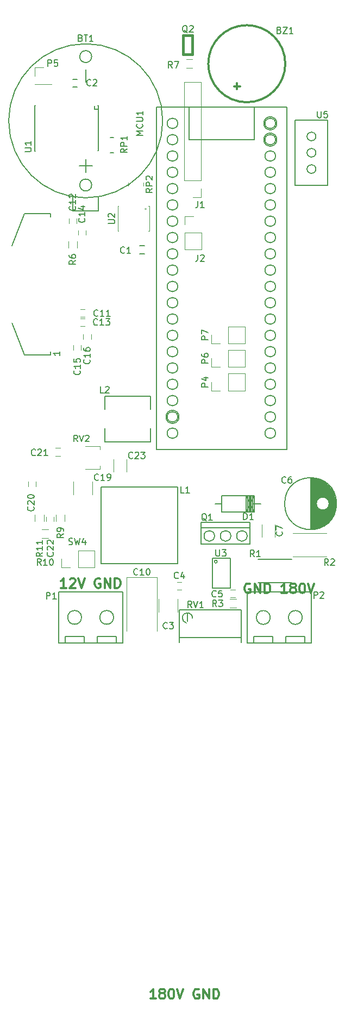
<source format=gto>
G04 #@! TF.GenerationSoftware,KiCad,Pcbnew,5.1.5*
G04 #@! TF.CreationDate,2020-03-31T14:29:14+02:00*
G04 #@! TF.ProjectId,nixie_control_board,6e697869-655f-4636-9f6e-74726f6c5f62,rev?*
G04 #@! TF.SameCoordinates,Original*
G04 #@! TF.FileFunction,Legend,Top*
G04 #@! TF.FilePolarity,Positive*
%FSLAX46Y46*%
G04 Gerber Fmt 4.6, Leading zero omitted, Abs format (unit mm)*
G04 Created by KiCad (PCBNEW 5.1.5) date 2020-03-31 14:29:14*
%MOMM*%
%LPD*%
G04 APERTURE LIST*
%ADD10C,0.300000*%
%ADD11C,0.150000*%
%ADD12C,0.120000*%
%ADD13C,0.198120*%
%ADD14C,0.010000*%
%ADD15C,0.398780*%
G04 APERTURE END LIST*
D10*
X157450000Y-137770000D02*
X157307142Y-137698571D01*
X157092857Y-137698571D01*
X156878571Y-137770000D01*
X156735714Y-137912857D01*
X156664285Y-138055714D01*
X156592857Y-138341428D01*
X156592857Y-138555714D01*
X156664285Y-138841428D01*
X156735714Y-138984285D01*
X156878571Y-139127142D01*
X157092857Y-139198571D01*
X157235714Y-139198571D01*
X157450000Y-139127142D01*
X157521428Y-139055714D01*
X157521428Y-138555714D01*
X157235714Y-138555714D01*
X158164285Y-139198571D02*
X158164285Y-137698571D01*
X159021428Y-139198571D01*
X159021428Y-137698571D01*
X159735714Y-139198571D02*
X159735714Y-137698571D01*
X160092857Y-137698571D01*
X160307142Y-137770000D01*
X160450000Y-137912857D01*
X160521428Y-138055714D01*
X160592857Y-138341428D01*
X160592857Y-138555714D01*
X160521428Y-138841428D01*
X160450000Y-138984285D01*
X160307142Y-139127142D01*
X160092857Y-139198571D01*
X159735714Y-139198571D01*
X163164285Y-139198571D02*
X162307142Y-139198571D01*
X162735714Y-139198571D02*
X162735714Y-137698571D01*
X162592857Y-137912857D01*
X162450000Y-138055714D01*
X162307142Y-138127142D01*
X164021428Y-138341428D02*
X163878571Y-138270000D01*
X163807142Y-138198571D01*
X163735714Y-138055714D01*
X163735714Y-137984285D01*
X163807142Y-137841428D01*
X163878571Y-137770000D01*
X164021428Y-137698571D01*
X164307142Y-137698571D01*
X164450000Y-137770000D01*
X164521428Y-137841428D01*
X164592857Y-137984285D01*
X164592857Y-138055714D01*
X164521428Y-138198571D01*
X164450000Y-138270000D01*
X164307142Y-138341428D01*
X164021428Y-138341428D01*
X163878571Y-138412857D01*
X163807142Y-138484285D01*
X163735714Y-138627142D01*
X163735714Y-138912857D01*
X163807142Y-139055714D01*
X163878571Y-139127142D01*
X164021428Y-139198571D01*
X164307142Y-139198571D01*
X164450000Y-139127142D01*
X164521428Y-139055714D01*
X164592857Y-138912857D01*
X164592857Y-138627142D01*
X164521428Y-138484285D01*
X164450000Y-138412857D01*
X164307142Y-138341428D01*
X165521428Y-137698571D02*
X165664285Y-137698571D01*
X165807142Y-137770000D01*
X165878571Y-137841428D01*
X165950000Y-137984285D01*
X166021428Y-138270000D01*
X166021428Y-138627142D01*
X165950000Y-138912857D01*
X165878571Y-139055714D01*
X165807142Y-139127142D01*
X165664285Y-139198571D01*
X165521428Y-139198571D01*
X165378571Y-139127142D01*
X165307142Y-139055714D01*
X165235714Y-138912857D01*
X165164285Y-138627142D01*
X165164285Y-138270000D01*
X165235714Y-137984285D01*
X165307142Y-137841428D01*
X165378571Y-137770000D01*
X165521428Y-137698571D01*
X166450000Y-137698571D02*
X166950000Y-139198571D01*
X167450000Y-137698571D01*
X128814285Y-138378571D02*
X127957142Y-138378571D01*
X128385714Y-138378571D02*
X128385714Y-136878571D01*
X128242857Y-137092857D01*
X128100000Y-137235714D01*
X127957142Y-137307142D01*
X129385714Y-137021428D02*
X129457142Y-136950000D01*
X129600000Y-136878571D01*
X129957142Y-136878571D01*
X130100000Y-136950000D01*
X130171428Y-137021428D01*
X130242857Y-137164285D01*
X130242857Y-137307142D01*
X130171428Y-137521428D01*
X129314285Y-138378571D01*
X130242857Y-138378571D01*
X130671428Y-136878571D02*
X131171428Y-138378571D01*
X131671428Y-136878571D01*
X134100000Y-136950000D02*
X133957142Y-136878571D01*
X133742857Y-136878571D01*
X133528571Y-136950000D01*
X133385714Y-137092857D01*
X133314285Y-137235714D01*
X133242857Y-137521428D01*
X133242857Y-137735714D01*
X133314285Y-138021428D01*
X133385714Y-138164285D01*
X133528571Y-138307142D01*
X133742857Y-138378571D01*
X133885714Y-138378571D01*
X134100000Y-138307142D01*
X134171428Y-138235714D01*
X134171428Y-137735714D01*
X133885714Y-137735714D01*
X134814285Y-138378571D02*
X134814285Y-136878571D01*
X135671428Y-138378571D01*
X135671428Y-136878571D01*
X136385714Y-138378571D02*
X136385714Y-136878571D01*
X136742857Y-136878571D01*
X136957142Y-136950000D01*
X137100000Y-137092857D01*
X137171428Y-137235714D01*
X137242857Y-137521428D01*
X137242857Y-137735714D01*
X137171428Y-138021428D01*
X137100000Y-138164285D01*
X136957142Y-138307142D01*
X136742857Y-138378571D01*
X136385714Y-138378571D01*
X142760000Y-202368571D02*
X141902857Y-202368571D01*
X142331428Y-202368571D02*
X142331428Y-200868571D01*
X142188571Y-201082857D01*
X142045714Y-201225714D01*
X141902857Y-201297142D01*
X143617142Y-201511428D02*
X143474285Y-201440000D01*
X143402857Y-201368571D01*
X143331428Y-201225714D01*
X143331428Y-201154285D01*
X143402857Y-201011428D01*
X143474285Y-200940000D01*
X143617142Y-200868571D01*
X143902857Y-200868571D01*
X144045714Y-200940000D01*
X144117142Y-201011428D01*
X144188571Y-201154285D01*
X144188571Y-201225714D01*
X144117142Y-201368571D01*
X144045714Y-201440000D01*
X143902857Y-201511428D01*
X143617142Y-201511428D01*
X143474285Y-201582857D01*
X143402857Y-201654285D01*
X143331428Y-201797142D01*
X143331428Y-202082857D01*
X143402857Y-202225714D01*
X143474285Y-202297142D01*
X143617142Y-202368571D01*
X143902857Y-202368571D01*
X144045714Y-202297142D01*
X144117142Y-202225714D01*
X144188571Y-202082857D01*
X144188571Y-201797142D01*
X144117142Y-201654285D01*
X144045714Y-201582857D01*
X143902857Y-201511428D01*
X145117142Y-200868571D02*
X145260000Y-200868571D01*
X145402857Y-200940000D01*
X145474285Y-201011428D01*
X145545714Y-201154285D01*
X145617142Y-201440000D01*
X145617142Y-201797142D01*
X145545714Y-202082857D01*
X145474285Y-202225714D01*
X145402857Y-202297142D01*
X145260000Y-202368571D01*
X145117142Y-202368571D01*
X144974285Y-202297142D01*
X144902857Y-202225714D01*
X144831428Y-202082857D01*
X144760000Y-201797142D01*
X144760000Y-201440000D01*
X144831428Y-201154285D01*
X144902857Y-201011428D01*
X144974285Y-200940000D01*
X145117142Y-200868571D01*
X146045714Y-200868571D02*
X146545714Y-202368571D01*
X147045714Y-200868571D01*
X149474285Y-200940000D02*
X149331428Y-200868571D01*
X149117142Y-200868571D01*
X148902857Y-200940000D01*
X148760000Y-201082857D01*
X148688571Y-201225714D01*
X148617142Y-201511428D01*
X148617142Y-201725714D01*
X148688571Y-202011428D01*
X148760000Y-202154285D01*
X148902857Y-202297142D01*
X149117142Y-202368571D01*
X149260000Y-202368571D01*
X149474285Y-202297142D01*
X149545714Y-202225714D01*
X149545714Y-201725714D01*
X149260000Y-201725714D01*
X150188571Y-202368571D02*
X150188571Y-200868571D01*
X151045714Y-202368571D01*
X151045714Y-200868571D01*
X151760000Y-202368571D02*
X151760000Y-200868571D01*
X152117142Y-200868571D01*
X152331428Y-200940000D01*
X152474285Y-201082857D01*
X152545714Y-201225714D01*
X152617142Y-201511428D01*
X152617142Y-201725714D01*
X152545714Y-202011428D01*
X152474285Y-202154285D01*
X152331428Y-202297142D01*
X152117142Y-202368571D01*
X151760000Y-202368571D01*
D11*
X131840000Y-59620000D02*
X131840000Y-57620000D01*
X131840000Y-73620000D02*
X131840000Y-71620000D01*
X130840000Y-72620000D02*
X132840000Y-72620000D01*
X133840000Y-79620000D02*
X133840000Y-77520000D01*
X131840000Y-79620000D02*
X133840000Y-79620000D01*
X129840000Y-77520000D02*
X129840000Y-79620000D01*
X131840000Y-79620000D02*
X129840000Y-79620000D01*
X143840000Y-65620000D02*
G75*
G03X143840000Y-65620000I-12000000J0D01*
G01*
X152323607Y-134274000D02*
G75*
G03X152323607Y-134274000I-223607J0D01*
G01*
X151600000Y-138374000D02*
X151600000Y-133774000D01*
X154400000Y-138374000D02*
X151600000Y-138374000D01*
X154400000Y-133774000D02*
X154400000Y-138374000D01*
X151600000Y-133774000D02*
X154400000Y-133774000D01*
D12*
X155110000Y-139890000D02*
X154410000Y-139890000D01*
X154410000Y-138690000D02*
X155110000Y-138690000D01*
X159280000Y-128480000D02*
X159280000Y-130480000D01*
X161320000Y-130480000D02*
X161320000Y-128480000D01*
X136160000Y-118310000D02*
X136160000Y-120310000D01*
X138200000Y-120310000D02*
X138200000Y-118310000D01*
X142970000Y-136740000D02*
X142970000Y-145140000D01*
X138170000Y-136740000D02*
X138170000Y-145140000D01*
X142970000Y-136740000D02*
X138170000Y-136740000D01*
D11*
X126330000Y-80070000D02*
X126330000Y-80570000D01*
X126330000Y-102070000D02*
X126330000Y-101570000D01*
X122330000Y-102070000D02*
X120330000Y-97070000D01*
X126330000Y-80070000D02*
X122330000Y-80070000D01*
X126330000Y-102070000D02*
X122330000Y-102070000D01*
X122330000Y-80070000D02*
X120330000Y-85070000D01*
X169550000Y-75680000D02*
X164470000Y-75680000D01*
X169550000Y-65520000D02*
X169550000Y-75680000D01*
X164470000Y-65520000D02*
X169550000Y-65520000D01*
X164470000Y-75680000D02*
X164470000Y-65520000D01*
X134192000Y-134628000D02*
X134192000Y-122628000D01*
X146192000Y-134628000D02*
X134192000Y-134628000D01*
X146192000Y-122628000D02*
X146192000Y-134628000D01*
X134192000Y-122628000D02*
X146192000Y-122628000D01*
D12*
X140850000Y-75760000D02*
X140850000Y-75260000D01*
X138490000Y-75760000D02*
X138490000Y-75260000D01*
D11*
X146376000Y-111740000D02*
G75*
G03X146376000Y-111740000I-1016000J0D01*
G01*
X161616000Y-68560000D02*
G75*
G03X161616000Y-68560000I-1016000J0D01*
G01*
X161616000Y-66020000D02*
G75*
G03X161616000Y-66020000I-1016000J0D01*
G01*
X147906400Y-68553600D02*
X147906400Y-63473600D01*
X150446400Y-68553600D02*
X147906400Y-68553600D01*
X158066400Y-68553600D02*
X150446400Y-68553600D01*
X158066400Y-63473600D02*
X158066400Y-68553600D01*
X142826400Y-63473600D02*
X163146400Y-63473600D01*
X142826400Y-116813600D02*
X142826400Y-63473600D01*
X163146400Y-116813600D02*
X142826400Y-116813600D01*
X163146400Y-63473600D02*
X163146400Y-116813600D01*
D13*
X133198480Y-63851260D02*
X133198480Y-63350880D01*
X133797920Y-63851260D02*
X133198480Y-63851260D01*
X133797920Y-70294865D02*
X133797920Y-63251820D01*
X124006220Y-63251820D02*
X123902080Y-63251820D01*
X133797920Y-63251820D02*
X133693780Y-63251820D01*
X123902080Y-70301552D02*
X123902080Y-63251820D01*
X124006220Y-70301552D02*
X123902080Y-70301552D01*
X133797920Y-70294865D02*
X133693780Y-70294865D01*
D11*
X140970000Y-86310000D02*
X140270000Y-86310000D01*
X140270000Y-85110000D02*
X140970000Y-85110000D01*
X129840000Y-59180000D02*
X130540000Y-59180000D01*
X130540000Y-60380000D02*
X129840000Y-60380000D01*
X135670000Y-70575000D02*
X136170000Y-70575000D01*
X135670000Y-68225000D02*
X136170000Y-68225000D01*
D14*
X141334544Y-79368860D02*
G75*
G03X141334544Y-79368860I-144624J0D01*
G01*
X141738560Y-82818180D02*
X141619180Y-82818180D01*
X136960820Y-82818180D02*
X136841440Y-82818180D01*
X136841440Y-82818180D02*
X136841440Y-78921820D01*
X141738560Y-78921820D02*
X141619180Y-78921820D01*
X136960820Y-78921820D02*
X136841440Y-78921820D01*
X141738560Y-82818180D02*
X141738560Y-78921820D01*
D11*
X166955000Y-121261000D02*
X166955000Y-129259000D01*
X167095000Y-121266000D02*
X167095000Y-129254000D01*
X167235000Y-121276000D02*
X167235000Y-129244000D01*
X167375000Y-121291000D02*
X167375000Y-129229000D01*
X167515000Y-121311000D02*
X167515000Y-129209000D01*
X167655000Y-121336000D02*
X167655000Y-129184000D01*
X167795000Y-121366000D02*
X167795000Y-125087000D01*
X167795000Y-125433000D02*
X167795000Y-129154000D01*
X167935000Y-121402000D02*
X167935000Y-124725000D01*
X167935000Y-125795000D02*
X167935000Y-129118000D01*
X168075000Y-121443000D02*
X168075000Y-124551000D01*
X168075000Y-125969000D02*
X168075000Y-129077000D01*
X168215000Y-121489000D02*
X168215000Y-124435000D01*
X168215000Y-126085000D02*
X168215000Y-129031000D01*
X168355000Y-121542000D02*
X168355000Y-124355000D01*
X168355000Y-126165000D02*
X168355000Y-128978000D01*
X168495000Y-121601000D02*
X168495000Y-124301000D01*
X168495000Y-126219000D02*
X168495000Y-128919000D01*
X168635000Y-121666000D02*
X168635000Y-124271000D01*
X168635000Y-126249000D02*
X168635000Y-128854000D01*
X168775000Y-121737000D02*
X168775000Y-124260000D01*
X168775000Y-126260000D02*
X168775000Y-128783000D01*
X168915000Y-121816000D02*
X168915000Y-124269000D01*
X168915000Y-126251000D02*
X168915000Y-128704000D01*
X169055000Y-121903000D02*
X169055000Y-124299000D01*
X169055000Y-126221000D02*
X169055000Y-128617000D01*
X169195000Y-121998000D02*
X169195000Y-124350000D01*
X169195000Y-126170000D02*
X169195000Y-128522000D01*
X169335000Y-122102000D02*
X169335000Y-124428000D01*
X169335000Y-126092000D02*
X169335000Y-128418000D01*
X169475000Y-122216000D02*
X169475000Y-124541000D01*
X169475000Y-125979000D02*
X169475000Y-128304000D01*
X169615000Y-122341000D02*
X169615000Y-124710000D01*
X169615000Y-125810000D02*
X169615000Y-128179000D01*
X169755000Y-122479000D02*
X169755000Y-125038000D01*
X169755000Y-125482000D02*
X169755000Y-128041000D01*
X169895000Y-122631000D02*
X169895000Y-127889000D01*
X170035000Y-122801000D02*
X170035000Y-127719000D01*
X170175000Y-122992000D02*
X170175000Y-127528000D01*
X170315000Y-123210000D02*
X170315000Y-127310000D01*
X170455000Y-123466000D02*
X170455000Y-127054000D01*
X170595000Y-123777000D02*
X170595000Y-126743000D01*
X170735000Y-124193000D02*
X170735000Y-126327000D01*
X170875000Y-125060000D02*
X170875000Y-125460000D01*
X169780000Y-125260000D02*
G75*
G03X169780000Y-125260000I-1000000J0D01*
G01*
X170917500Y-125260000D02*
G75*
G03X170917500Y-125260000I-4037500J0D01*
G01*
X153000000Y-125290000D02*
X151984000Y-125290000D01*
X157826000Y-125290000D02*
X159096000Y-125290000D01*
X157572000Y-126560000D02*
X157572000Y-124020000D01*
X157318000Y-126560000D02*
X157318000Y-124020000D01*
X157064000Y-126560000D02*
X157064000Y-124020000D01*
X157826000Y-126560000D02*
X157826000Y-124020000D01*
X156810000Y-126560000D02*
X158080000Y-124020000D01*
X158080000Y-126560000D02*
X156810000Y-124020000D01*
X156810000Y-126560000D02*
X156810000Y-124020000D01*
X157445000Y-126560000D02*
X157445000Y-124020000D01*
X158080000Y-124020000D02*
X158080000Y-126560000D01*
X158080000Y-126560000D02*
X153000000Y-126560000D01*
X153000000Y-126560000D02*
X153000000Y-124020000D01*
X153000000Y-124020000D02*
X158080000Y-124020000D01*
X136610000Y-145980000D02*
X136610000Y-146980000D01*
X133610000Y-145980000D02*
X136610000Y-145980000D01*
X133610000Y-146980000D02*
X133610000Y-145980000D01*
X131610000Y-146980000D02*
X133610000Y-146980000D01*
X131610000Y-145980000D02*
X131610000Y-146980000D01*
X128610000Y-145980000D02*
X131610000Y-145980000D01*
X128610000Y-146980000D02*
X128610000Y-145980000D01*
X127610000Y-138980000D02*
X127610000Y-142980000D01*
X137610000Y-138980000D02*
X127610000Y-138980000D01*
X137610000Y-146980000D02*
X137610000Y-138980000D01*
X127610000Y-146980000D02*
X137610000Y-146980000D01*
X127610000Y-142980000D02*
X127610000Y-146980000D01*
X166010000Y-145990000D02*
X166010000Y-146990000D01*
X163010000Y-145990000D02*
X166010000Y-145990000D01*
X163010000Y-146990000D02*
X163010000Y-145990000D01*
X161010000Y-146990000D02*
X163010000Y-146990000D01*
X161010000Y-145990000D02*
X161010000Y-146990000D01*
X158010000Y-145990000D02*
X161010000Y-145990000D01*
X158010000Y-146990000D02*
X158010000Y-145990000D01*
X157010000Y-138990000D02*
X157010000Y-142990000D01*
X167010000Y-138990000D02*
X157010000Y-138990000D01*
X167010000Y-146990000D02*
X167010000Y-138990000D01*
X157010000Y-146990000D02*
X167010000Y-146990000D01*
X157010000Y-142990000D02*
X157010000Y-146990000D01*
X163930000Y-137575000D02*
X158730000Y-137575000D01*
X158730000Y-133925000D02*
X163930000Y-133925000D01*
X147684000Y-142308000D02*
X147684000Y-143578000D01*
X148471400Y-143057300D02*
X148433300Y-142803300D01*
X148433300Y-142803300D02*
X148255500Y-142523900D01*
X148255500Y-142523900D02*
X147938000Y-142308000D01*
X147938000Y-142308000D02*
X147493500Y-142295300D01*
X147493500Y-142295300D02*
X147137900Y-142498500D01*
X147137900Y-142498500D02*
X146960100Y-142790600D01*
X146960100Y-142790600D02*
X146909300Y-143108100D01*
X146909300Y-143108100D02*
X147010900Y-143514500D01*
X147010900Y-143514500D02*
X147353800Y-143768500D01*
X147353800Y-143768500D02*
X147531600Y-143857400D01*
X156066000Y-146118000D02*
X146414000Y-146118000D01*
X146414000Y-143070000D02*
X146414000Y-141800000D01*
X146414000Y-141800000D02*
X156066000Y-141800000D01*
X156066000Y-141800000D02*
X156066000Y-146880000D01*
X146414000Y-146880000D02*
X146414000Y-144340000D01*
X146414000Y-144340000D02*
X146414000Y-143070000D01*
D12*
X146760000Y-138660000D02*
X146060000Y-138660000D01*
X146060000Y-137460000D02*
X146760000Y-137460000D01*
X154280000Y-140110000D02*
X155280000Y-140110000D01*
X155280000Y-141470000D02*
X154280000Y-141470000D01*
X146170000Y-142110000D02*
X146170000Y-140110000D01*
X143210000Y-140110000D02*
X143210000Y-142110000D01*
X164130000Y-129900000D02*
X169330000Y-129900000D01*
X169330000Y-133540000D02*
X164130000Y-133540000D01*
D11*
X157450000Y-128131000D02*
X157450000Y-129020000D01*
X149830000Y-128131000D02*
X157450000Y-128131000D01*
X149830000Y-129020000D02*
X149830000Y-128131000D01*
X149830000Y-131560000D02*
X149830000Y-129020000D01*
X157450000Y-131560000D02*
X149830000Y-131560000D01*
X157450000Y-129020000D02*
X157450000Y-131560000D01*
X149830000Y-129020000D02*
X157450000Y-129020000D01*
D12*
X123890000Y-59950000D02*
X126550000Y-59950000D01*
X123890000Y-59890000D02*
X123890000Y-59950000D01*
X126550000Y-59890000D02*
X126550000Y-59950000D01*
X123890000Y-59890000D02*
X126550000Y-59890000D01*
X123890000Y-58620000D02*
X123890000Y-57290000D01*
X123890000Y-57290000D02*
X125220000Y-57290000D01*
X130980000Y-94970000D02*
X131680000Y-94970000D01*
X131680000Y-96170000D02*
X130980000Y-96170000D01*
X130400000Y-80870000D02*
X130400000Y-81570000D01*
X129200000Y-81570000D02*
X129200000Y-80870000D01*
X131690000Y-97610000D02*
X130990000Y-97610000D01*
X130990000Y-96410000D02*
X131690000Y-96410000D01*
X131840000Y-82690000D02*
X131840000Y-83390000D01*
X130640000Y-83390000D02*
X130640000Y-82690000D01*
X129880000Y-101300000D02*
X129880000Y-100600000D01*
X131080000Y-100600000D02*
X131080000Y-101300000D01*
X131480000Y-99610000D02*
X131480000Y-98910000D01*
X132680000Y-98910000D02*
X132680000Y-99610000D01*
X129880000Y-121860000D02*
X129880000Y-123860000D01*
X132840000Y-123860000D02*
X132840000Y-121860000D01*
X124060000Y-121860000D02*
X124060000Y-122560000D01*
X122860000Y-122560000D02*
X122860000Y-121860000D01*
X127860000Y-117810000D02*
X127160000Y-117810000D01*
X127160000Y-116610000D02*
X127860000Y-116610000D01*
X126850000Y-127290000D02*
X126850000Y-127990000D01*
X125650000Y-127990000D02*
X125650000Y-127290000D01*
D11*
X134850000Y-113550000D02*
X134850000Y-115600000D01*
X134850000Y-115600000D02*
X141950000Y-115600000D01*
X141950000Y-115600000D02*
X141950000Y-113550000D01*
X134850000Y-110550000D02*
X134850000Y-108500000D01*
X134850000Y-108500000D02*
X141950000Y-108500000D01*
X141950000Y-108500000D02*
X141950000Y-110550000D01*
D12*
X130480000Y-84430000D02*
X130480000Y-85430000D01*
X129120000Y-85430000D02*
X129120000Y-84430000D01*
X127220000Y-128000000D02*
X127220000Y-127000000D01*
X128580000Y-127000000D02*
X128580000Y-128000000D01*
X125020000Y-129300000D02*
X126020000Y-129300000D01*
X126020000Y-130660000D02*
X125020000Y-130660000D01*
X125300000Y-127000000D02*
X125300000Y-128000000D01*
X123940000Y-128000000D02*
X123940000Y-127000000D01*
X134060000Y-119900000D02*
X131780000Y-119900000D01*
X134060000Y-119390000D02*
X134060000Y-119900000D01*
X134060000Y-116340000D02*
X134060000Y-116850000D01*
X131780000Y-116340000D02*
X134060000Y-116340000D01*
X133250000Y-135200000D02*
X133250000Y-132540000D01*
X130650000Y-135200000D02*
X133250000Y-135200000D01*
X130650000Y-132540000D02*
X133250000Y-132540000D01*
X130650000Y-135200000D02*
X130650000Y-132540000D01*
X129380000Y-135200000D02*
X128050000Y-135200000D01*
X128050000Y-135200000D02*
X128050000Y-133870000D01*
D10*
X162940000Y-56730000D02*
G75*
G03X162940000Y-56730000I-6000000J0D01*
G01*
X155940000Y-60230000D02*
X154940000Y-60230000D01*
X155440000Y-60730000D02*
X155440000Y-59730000D01*
D15*
X148431040Y-55291140D02*
X147028960Y-55291140D01*
X147028960Y-55291140D02*
X147028960Y-52288860D01*
X147028960Y-52288860D02*
X148431040Y-52288860D01*
X148431040Y-52288860D02*
X148431040Y-55291140D01*
D12*
X147490000Y-56070000D02*
X148490000Y-56070000D01*
X148490000Y-57430000D02*
X147490000Y-57430000D01*
X149850000Y-59620000D02*
X147190000Y-59620000D01*
X149850000Y-74920000D02*
X149850000Y-59620000D01*
X147190000Y-74920000D02*
X147190000Y-59620000D01*
X149850000Y-74920000D02*
X147190000Y-74920000D01*
X149850000Y-76190000D02*
X149850000Y-77520000D01*
X149850000Y-77520000D02*
X148520000Y-77520000D01*
X147260000Y-85680000D02*
X149920000Y-85680000D01*
X147260000Y-83080000D02*
X147260000Y-85680000D01*
X149920000Y-83080000D02*
X149920000Y-85680000D01*
X147260000Y-83080000D02*
X149920000Y-83080000D01*
X147260000Y-81810000D02*
X147260000Y-80480000D01*
X147260000Y-80480000D02*
X148590000Y-80480000D01*
X156660000Y-107640000D02*
X156660000Y-104980000D01*
X154060000Y-107640000D02*
X156660000Y-107640000D01*
X154060000Y-104980000D02*
X156660000Y-104980000D01*
X154060000Y-107640000D02*
X154060000Y-104980000D01*
X152790000Y-107640000D02*
X151460000Y-107640000D01*
X151460000Y-107640000D02*
X151460000Y-106310000D01*
X151460000Y-103970000D02*
X151460000Y-102640000D01*
X152790000Y-103970000D02*
X151460000Y-103970000D01*
X154060000Y-103970000D02*
X154060000Y-101310000D01*
X154060000Y-101310000D02*
X156660000Y-101310000D01*
X154060000Y-103970000D02*
X156660000Y-103970000D01*
X156660000Y-103970000D02*
X156660000Y-101310000D01*
X156660000Y-100320000D02*
X156660000Y-97660000D01*
X154060000Y-100320000D02*
X156660000Y-100320000D01*
X154060000Y-97660000D02*
X156660000Y-97660000D01*
X154060000Y-100320000D02*
X154060000Y-97660000D01*
X152790000Y-100320000D02*
X151460000Y-100320000D01*
X151460000Y-100320000D02*
X151460000Y-98990000D01*
D11*
X132765000Y-75620000D02*
G75*
G03X132765000Y-75620000I-925000J0D01*
G01*
X132765000Y-55620000D02*
G75*
G03X132765000Y-55620000I-925000J0D01*
G01*
X167697000Y-73140000D02*
G75*
G03X167697000Y-73140000I-687000J0D01*
G01*
X167697000Y-70600000D02*
G75*
G03X167697000Y-70600000I-687000J0D01*
G01*
X167697000Y-68060000D02*
G75*
G03X167697000Y-68060000I-687000J0D01*
G01*
X161425000Y-66020000D02*
G75*
G03X161425000Y-66020000I-825000J0D01*
G01*
X161425000Y-68560000D02*
G75*
G03X161425000Y-68560000I-825000J0D01*
G01*
X161425000Y-71100000D02*
G75*
G03X161425000Y-71100000I-825000J0D01*
G01*
X161425000Y-73640000D02*
G75*
G03X161425000Y-73640000I-825000J0D01*
G01*
X161425000Y-76180000D02*
G75*
G03X161425000Y-76180000I-825000J0D01*
G01*
X161425000Y-78720000D02*
G75*
G03X161425000Y-78720000I-825000J0D01*
G01*
X161425000Y-81260000D02*
G75*
G03X161425000Y-81260000I-825000J0D01*
G01*
X161425000Y-83800000D02*
G75*
G03X161425000Y-83800000I-825000J0D01*
G01*
X161425000Y-86340000D02*
G75*
G03X161425000Y-86340000I-825000J0D01*
G01*
X161425000Y-88880000D02*
G75*
G03X161425000Y-88880000I-825000J0D01*
G01*
X161425000Y-91420000D02*
G75*
G03X161425000Y-91420000I-825000J0D01*
G01*
X161425000Y-93960000D02*
G75*
G03X161425000Y-93960000I-825000J0D01*
G01*
X161425000Y-96500000D02*
G75*
G03X161425000Y-96500000I-825000J0D01*
G01*
X161425000Y-99040000D02*
G75*
G03X161425000Y-99040000I-825000J0D01*
G01*
X161425000Y-101580000D02*
G75*
G03X161425000Y-101580000I-825000J0D01*
G01*
X161425000Y-104120000D02*
G75*
G03X161425000Y-104120000I-825000J0D01*
G01*
X161425000Y-106660000D02*
G75*
G03X161425000Y-106660000I-825000J0D01*
G01*
X161425000Y-109200000D02*
G75*
G03X161425000Y-109200000I-825000J0D01*
G01*
X161425000Y-111740000D02*
G75*
G03X161425000Y-111740000I-825000J0D01*
G01*
X161425000Y-114280000D02*
G75*
G03X161425000Y-114280000I-825000J0D01*
G01*
X146185000Y-114280000D02*
G75*
G03X146185000Y-114280000I-825000J0D01*
G01*
X146185000Y-111740000D02*
G75*
G03X146185000Y-111740000I-825000J0D01*
G01*
X146185000Y-109200000D02*
G75*
G03X146185000Y-109200000I-825000J0D01*
G01*
X146185000Y-106660000D02*
G75*
G03X146185000Y-106660000I-825000J0D01*
G01*
X146185000Y-104120000D02*
G75*
G03X146185000Y-104120000I-825000J0D01*
G01*
X146185000Y-101580000D02*
G75*
G03X146185000Y-101580000I-825000J0D01*
G01*
X146185000Y-99040000D02*
G75*
G03X146185000Y-99040000I-825000J0D01*
G01*
X146185000Y-96500000D02*
G75*
G03X146185000Y-96500000I-825000J0D01*
G01*
X146185000Y-93960000D02*
G75*
G03X146185000Y-93960000I-825000J0D01*
G01*
X146185000Y-91420000D02*
G75*
G03X146185000Y-91420000I-825000J0D01*
G01*
X146185000Y-88880000D02*
G75*
G03X146185000Y-88880000I-825000J0D01*
G01*
X146185000Y-86340000D02*
G75*
G03X146185000Y-86340000I-825000J0D01*
G01*
X146185000Y-83800000D02*
G75*
G03X146185000Y-83800000I-825000J0D01*
G01*
X146185000Y-81260000D02*
G75*
G03X146185000Y-81260000I-825000J0D01*
G01*
X146185000Y-78720000D02*
G75*
G03X146185000Y-78720000I-825000J0D01*
G01*
X146185000Y-76180000D02*
G75*
G03X146185000Y-76180000I-825000J0D01*
G01*
X146185000Y-73640000D02*
G75*
G03X146185000Y-73640000I-825000J0D01*
G01*
X146185000Y-71100000D02*
G75*
G03X146185000Y-71100000I-825000J0D01*
G01*
X146185000Y-68560000D02*
G75*
G03X146185000Y-68560000I-825000J0D01*
G01*
X146185000Y-66020000D02*
G75*
G03X146185000Y-66020000I-825000J0D01*
G01*
X131185000Y-142980000D02*
G75*
G03X131185000Y-142980000I-1075000J0D01*
G01*
X136185000Y-142980000D02*
G75*
G03X136185000Y-142980000I-1075000J0D01*
G01*
X160585000Y-142990000D02*
G75*
G03X160585000Y-142990000I-1075000J0D01*
G01*
X165585000Y-142990000D02*
G75*
G03X165585000Y-142990000I-1075000J0D01*
G01*
X151925000Y-130290000D02*
G75*
G03X151925000Y-130290000I-825000J0D01*
G01*
X154465000Y-130290000D02*
G75*
G03X154465000Y-130290000I-825000J0D01*
G01*
X157005000Y-130290000D02*
G75*
G03X157005000Y-130290000I-825000J0D01*
G01*
X131044285Y-52718571D02*
X131187142Y-52766190D01*
X131234761Y-52813809D01*
X131282380Y-52909047D01*
X131282380Y-53051904D01*
X131234761Y-53147142D01*
X131187142Y-53194761D01*
X131091904Y-53242380D01*
X130710952Y-53242380D01*
X130710952Y-52242380D01*
X131044285Y-52242380D01*
X131139523Y-52290000D01*
X131187142Y-52337619D01*
X131234761Y-52432857D01*
X131234761Y-52528095D01*
X131187142Y-52623333D01*
X131139523Y-52670952D01*
X131044285Y-52718571D01*
X130710952Y-52718571D01*
X131568095Y-52242380D02*
X132139523Y-52242380D01*
X131853809Y-53242380D02*
X131853809Y-52242380D01*
X132996666Y-53242380D02*
X132425238Y-53242380D01*
X132710952Y-53242380D02*
X132710952Y-52242380D01*
X132615714Y-52385238D01*
X132520476Y-52480476D01*
X132425238Y-52528095D01*
X152138095Y-132426380D02*
X152138095Y-133235904D01*
X152185714Y-133331142D01*
X152233333Y-133378761D01*
X152328571Y-133426380D01*
X152519047Y-133426380D01*
X152614285Y-133378761D01*
X152661904Y-133331142D01*
X152709523Y-133235904D01*
X152709523Y-132426380D01*
X153090476Y-132426380D02*
X153709523Y-132426380D01*
X153376190Y-132807333D01*
X153519047Y-132807333D01*
X153614285Y-132854952D01*
X153661904Y-132902571D01*
X153709523Y-132997809D01*
X153709523Y-133235904D01*
X153661904Y-133331142D01*
X153614285Y-133378761D01*
X153519047Y-133426380D01*
X153233333Y-133426380D01*
X153138095Y-133378761D01*
X153090476Y-133331142D01*
X152153333Y-139707142D02*
X152105714Y-139754761D01*
X151962857Y-139802380D01*
X151867619Y-139802380D01*
X151724761Y-139754761D01*
X151629523Y-139659523D01*
X151581904Y-139564285D01*
X151534285Y-139373809D01*
X151534285Y-139230952D01*
X151581904Y-139040476D01*
X151629523Y-138945238D01*
X151724761Y-138850000D01*
X151867619Y-138802380D01*
X151962857Y-138802380D01*
X152105714Y-138850000D01*
X152153333Y-138897619D01*
X153058095Y-138802380D02*
X152581904Y-138802380D01*
X152534285Y-139278571D01*
X152581904Y-139230952D01*
X152677142Y-139183333D01*
X152915238Y-139183333D01*
X153010476Y-139230952D01*
X153058095Y-139278571D01*
X153105714Y-139373809D01*
X153105714Y-139611904D01*
X153058095Y-139707142D01*
X153010476Y-139754761D01*
X152915238Y-139802380D01*
X152677142Y-139802380D01*
X152581904Y-139754761D01*
X152534285Y-139707142D01*
X162407142Y-129646666D02*
X162454761Y-129694285D01*
X162502380Y-129837142D01*
X162502380Y-129932380D01*
X162454761Y-130075238D01*
X162359523Y-130170476D01*
X162264285Y-130218095D01*
X162073809Y-130265714D01*
X161930952Y-130265714D01*
X161740476Y-130218095D01*
X161645238Y-130170476D01*
X161550000Y-130075238D01*
X161502380Y-129932380D01*
X161502380Y-129837142D01*
X161550000Y-129694285D01*
X161597619Y-129646666D01*
X161502380Y-129313333D02*
X161502380Y-128646666D01*
X162502380Y-129075238D01*
X139157142Y-118137142D02*
X139109523Y-118184761D01*
X138966666Y-118232380D01*
X138871428Y-118232380D01*
X138728571Y-118184761D01*
X138633333Y-118089523D01*
X138585714Y-117994285D01*
X138538095Y-117803809D01*
X138538095Y-117660952D01*
X138585714Y-117470476D01*
X138633333Y-117375238D01*
X138728571Y-117280000D01*
X138871428Y-117232380D01*
X138966666Y-117232380D01*
X139109523Y-117280000D01*
X139157142Y-117327619D01*
X139538095Y-117327619D02*
X139585714Y-117280000D01*
X139680952Y-117232380D01*
X139919047Y-117232380D01*
X140014285Y-117280000D01*
X140061904Y-117327619D01*
X140109523Y-117422857D01*
X140109523Y-117518095D01*
X140061904Y-117660952D01*
X139490476Y-118232380D01*
X140109523Y-118232380D01*
X140442857Y-117232380D02*
X141061904Y-117232380D01*
X140728571Y-117613333D01*
X140871428Y-117613333D01*
X140966666Y-117660952D01*
X141014285Y-117708571D01*
X141061904Y-117803809D01*
X141061904Y-118041904D01*
X141014285Y-118137142D01*
X140966666Y-118184761D01*
X140871428Y-118232380D01*
X140585714Y-118232380D01*
X140490476Y-118184761D01*
X140442857Y-118137142D01*
X139927142Y-136287142D02*
X139879523Y-136334761D01*
X139736666Y-136382380D01*
X139641428Y-136382380D01*
X139498571Y-136334761D01*
X139403333Y-136239523D01*
X139355714Y-136144285D01*
X139308095Y-135953809D01*
X139308095Y-135810952D01*
X139355714Y-135620476D01*
X139403333Y-135525238D01*
X139498571Y-135430000D01*
X139641428Y-135382380D01*
X139736666Y-135382380D01*
X139879523Y-135430000D01*
X139927142Y-135477619D01*
X140879523Y-136382380D02*
X140308095Y-136382380D01*
X140593809Y-136382380D02*
X140593809Y-135382380D01*
X140498571Y-135525238D01*
X140403333Y-135620476D01*
X140308095Y-135668095D01*
X141498571Y-135382380D02*
X141593809Y-135382380D01*
X141689047Y-135430000D01*
X141736666Y-135477619D01*
X141784285Y-135572857D01*
X141831904Y-135763333D01*
X141831904Y-136001428D01*
X141784285Y-136191904D01*
X141736666Y-136287142D01*
X141689047Y-136334761D01*
X141593809Y-136382380D01*
X141498571Y-136382380D01*
X141403333Y-136334761D01*
X141355714Y-136287142D01*
X141308095Y-136191904D01*
X141260476Y-136001428D01*
X141260476Y-135763333D01*
X141308095Y-135572857D01*
X141355714Y-135477619D01*
X141403333Y-135430000D01*
X141498571Y-135382380D01*
X127792380Y-101579285D02*
X127792380Y-102150714D01*
X127792380Y-101865000D02*
X126792380Y-101865000D01*
X126935238Y-101960238D01*
X127030476Y-102055476D01*
X127078095Y-102150714D01*
X167968095Y-64142380D02*
X167968095Y-64951904D01*
X168015714Y-65047142D01*
X168063333Y-65094761D01*
X168158571Y-65142380D01*
X168349047Y-65142380D01*
X168444285Y-65094761D01*
X168491904Y-65047142D01*
X168539523Y-64951904D01*
X168539523Y-64142380D01*
X169491904Y-64142380D02*
X169015714Y-64142380D01*
X168968095Y-64618571D01*
X169015714Y-64570952D01*
X169110952Y-64523333D01*
X169349047Y-64523333D01*
X169444285Y-64570952D01*
X169491904Y-64618571D01*
X169539523Y-64713809D01*
X169539523Y-64951904D01*
X169491904Y-65047142D01*
X169444285Y-65094761D01*
X169349047Y-65142380D01*
X169110952Y-65142380D01*
X169015714Y-65094761D01*
X168968095Y-65047142D01*
X147163333Y-123592380D02*
X146687142Y-123592380D01*
X146687142Y-122592380D01*
X148020476Y-123592380D02*
X147449047Y-123592380D01*
X147734761Y-123592380D02*
X147734761Y-122592380D01*
X147639523Y-122735238D01*
X147544285Y-122830476D01*
X147449047Y-122878095D01*
X142222380Y-76176666D02*
X141746190Y-76510000D01*
X142222380Y-76748095D02*
X141222380Y-76748095D01*
X141222380Y-76367142D01*
X141270000Y-76271904D01*
X141317619Y-76224285D01*
X141412857Y-76176666D01*
X141555714Y-76176666D01*
X141650952Y-76224285D01*
X141698571Y-76271904D01*
X141746190Y-76367142D01*
X141746190Y-76748095D01*
X142222380Y-75748095D02*
X141222380Y-75748095D01*
X141222380Y-75367142D01*
X141270000Y-75271904D01*
X141317619Y-75224285D01*
X141412857Y-75176666D01*
X141555714Y-75176666D01*
X141650952Y-75224285D01*
X141698571Y-75271904D01*
X141746190Y-75367142D01*
X141746190Y-75748095D01*
X141317619Y-74795714D02*
X141270000Y-74748095D01*
X141222380Y-74652857D01*
X141222380Y-74414761D01*
X141270000Y-74319523D01*
X141317619Y-74271904D01*
X141412857Y-74224285D01*
X141508095Y-74224285D01*
X141650952Y-74271904D01*
X142222380Y-74843333D01*
X142222380Y-74224285D01*
X140738780Y-67846933D02*
X139738780Y-67846933D01*
X140453066Y-67513600D01*
X139738780Y-67180266D01*
X140738780Y-67180266D01*
X140643542Y-66132647D02*
X140691161Y-66180266D01*
X140738780Y-66323123D01*
X140738780Y-66418361D01*
X140691161Y-66561219D01*
X140595923Y-66656457D01*
X140500685Y-66704076D01*
X140310209Y-66751695D01*
X140167352Y-66751695D01*
X139976876Y-66704076D01*
X139881638Y-66656457D01*
X139786400Y-66561219D01*
X139738780Y-66418361D01*
X139738780Y-66323123D01*
X139786400Y-66180266D01*
X139834019Y-66132647D01*
X139738780Y-65704076D02*
X140548304Y-65704076D01*
X140643542Y-65656457D01*
X140691161Y-65608838D01*
X140738780Y-65513600D01*
X140738780Y-65323123D01*
X140691161Y-65227885D01*
X140643542Y-65180266D01*
X140548304Y-65132647D01*
X139738780Y-65132647D01*
X140738780Y-64132647D02*
X140738780Y-64704076D01*
X140738780Y-64418361D02*
X139738780Y-64418361D01*
X139881638Y-64513600D01*
X139976876Y-64608838D01*
X140024495Y-64704076D01*
X122342380Y-70395904D02*
X123151904Y-70395904D01*
X123247142Y-70348285D01*
X123294761Y-70300666D01*
X123342380Y-70205428D01*
X123342380Y-70014952D01*
X123294761Y-69919714D01*
X123247142Y-69872095D01*
X123151904Y-69824476D01*
X122342380Y-69824476D01*
X123342380Y-68824476D02*
X123342380Y-69395904D01*
X123342380Y-69110190D02*
X122342380Y-69110190D01*
X122485238Y-69205428D01*
X122580476Y-69300666D01*
X122628095Y-69395904D01*
X137883333Y-86167142D02*
X137835714Y-86214761D01*
X137692857Y-86262380D01*
X137597619Y-86262380D01*
X137454761Y-86214761D01*
X137359523Y-86119523D01*
X137311904Y-86024285D01*
X137264285Y-85833809D01*
X137264285Y-85690952D01*
X137311904Y-85500476D01*
X137359523Y-85405238D01*
X137454761Y-85310000D01*
X137597619Y-85262380D01*
X137692857Y-85262380D01*
X137835714Y-85310000D01*
X137883333Y-85357619D01*
X138835714Y-86262380D02*
X138264285Y-86262380D01*
X138550000Y-86262380D02*
X138550000Y-85262380D01*
X138454761Y-85405238D01*
X138359523Y-85500476D01*
X138264285Y-85548095D01*
X132623333Y-60087142D02*
X132575714Y-60134761D01*
X132432857Y-60182380D01*
X132337619Y-60182380D01*
X132194761Y-60134761D01*
X132099523Y-60039523D01*
X132051904Y-59944285D01*
X132004285Y-59753809D01*
X132004285Y-59610952D01*
X132051904Y-59420476D01*
X132099523Y-59325238D01*
X132194761Y-59230000D01*
X132337619Y-59182380D01*
X132432857Y-59182380D01*
X132575714Y-59230000D01*
X132623333Y-59277619D01*
X133004285Y-59277619D02*
X133051904Y-59230000D01*
X133147142Y-59182380D01*
X133385238Y-59182380D01*
X133480476Y-59230000D01*
X133528095Y-59277619D01*
X133575714Y-59372857D01*
X133575714Y-59468095D01*
X133528095Y-59610952D01*
X132956666Y-60182380D01*
X133575714Y-60182380D01*
X138292380Y-69976666D02*
X137816190Y-70310000D01*
X138292380Y-70548095D02*
X137292380Y-70548095D01*
X137292380Y-70167142D01*
X137340000Y-70071904D01*
X137387619Y-70024285D01*
X137482857Y-69976666D01*
X137625714Y-69976666D01*
X137720952Y-70024285D01*
X137768571Y-70071904D01*
X137816190Y-70167142D01*
X137816190Y-70548095D01*
X138292380Y-69548095D02*
X137292380Y-69548095D01*
X137292380Y-69167142D01*
X137340000Y-69071904D01*
X137387619Y-69024285D01*
X137482857Y-68976666D01*
X137625714Y-68976666D01*
X137720952Y-69024285D01*
X137768571Y-69071904D01*
X137816190Y-69167142D01*
X137816190Y-69548095D01*
X138292380Y-68024285D02*
X138292380Y-68595714D01*
X138292380Y-68310000D02*
X137292380Y-68310000D01*
X137435238Y-68405238D01*
X137530476Y-68500476D01*
X137578095Y-68595714D01*
X135362380Y-81621904D02*
X136171904Y-81621904D01*
X136267142Y-81574285D01*
X136314761Y-81526666D01*
X136362380Y-81431428D01*
X136362380Y-81240952D01*
X136314761Y-81145714D01*
X136267142Y-81098095D01*
X136171904Y-81050476D01*
X135362380Y-81050476D01*
X135457619Y-80621904D02*
X135410000Y-80574285D01*
X135362380Y-80479047D01*
X135362380Y-80240952D01*
X135410000Y-80145714D01*
X135457619Y-80098095D01*
X135552857Y-80050476D01*
X135648095Y-80050476D01*
X135790952Y-80098095D01*
X136362380Y-80669523D01*
X136362380Y-80050476D01*
X163009333Y-121961142D02*
X162961714Y-122008761D01*
X162818857Y-122056380D01*
X162723619Y-122056380D01*
X162580761Y-122008761D01*
X162485523Y-121913523D01*
X162437904Y-121818285D01*
X162390285Y-121627809D01*
X162390285Y-121484952D01*
X162437904Y-121294476D01*
X162485523Y-121199238D01*
X162580761Y-121104000D01*
X162723619Y-121056380D01*
X162818857Y-121056380D01*
X162961714Y-121104000D01*
X163009333Y-121151619D01*
X163866476Y-121056380D02*
X163676000Y-121056380D01*
X163580761Y-121104000D01*
X163533142Y-121151619D01*
X163437904Y-121294476D01*
X163390285Y-121484952D01*
X163390285Y-121865904D01*
X163437904Y-121961142D01*
X163485523Y-122008761D01*
X163580761Y-122056380D01*
X163771238Y-122056380D01*
X163866476Y-122008761D01*
X163914095Y-121961142D01*
X163961714Y-121865904D01*
X163961714Y-121627809D01*
X163914095Y-121532571D01*
X163866476Y-121484952D01*
X163771238Y-121437333D01*
X163580761Y-121437333D01*
X163485523Y-121484952D01*
X163437904Y-121532571D01*
X163390285Y-121627809D01*
X156441904Y-127742380D02*
X156441904Y-126742380D01*
X156680000Y-126742380D01*
X156822857Y-126790000D01*
X156918095Y-126885238D01*
X156965714Y-126980476D01*
X157013333Y-127170952D01*
X157013333Y-127313809D01*
X156965714Y-127504285D01*
X156918095Y-127599523D01*
X156822857Y-127694761D01*
X156680000Y-127742380D01*
X156441904Y-127742380D01*
X157965714Y-127742380D02*
X157394285Y-127742380D01*
X157680000Y-127742380D02*
X157680000Y-126742380D01*
X157584761Y-126885238D01*
X157489523Y-126980476D01*
X157394285Y-127028095D01*
X125731904Y-140092380D02*
X125731904Y-139092380D01*
X126112857Y-139092380D01*
X126208095Y-139140000D01*
X126255714Y-139187619D01*
X126303333Y-139282857D01*
X126303333Y-139425714D01*
X126255714Y-139520952D01*
X126208095Y-139568571D01*
X126112857Y-139616190D01*
X125731904Y-139616190D01*
X127255714Y-140092380D02*
X126684285Y-140092380D01*
X126970000Y-140092380D02*
X126970000Y-139092380D01*
X126874761Y-139235238D01*
X126779523Y-139330476D01*
X126684285Y-139378095D01*
X167411904Y-139992380D02*
X167411904Y-138992380D01*
X167792857Y-138992380D01*
X167888095Y-139040000D01*
X167935714Y-139087619D01*
X167983333Y-139182857D01*
X167983333Y-139325714D01*
X167935714Y-139420952D01*
X167888095Y-139468571D01*
X167792857Y-139516190D01*
X167411904Y-139516190D01*
X168364285Y-139087619D02*
X168411904Y-139040000D01*
X168507142Y-138992380D01*
X168745238Y-138992380D01*
X168840476Y-139040000D01*
X168888095Y-139087619D01*
X168935714Y-139182857D01*
X168935714Y-139278095D01*
X168888095Y-139420952D01*
X168316666Y-139992380D01*
X168935714Y-139992380D01*
X158103333Y-133522380D02*
X157770000Y-133046190D01*
X157531904Y-133522380D02*
X157531904Y-132522380D01*
X157912857Y-132522380D01*
X158008095Y-132570000D01*
X158055714Y-132617619D01*
X158103333Y-132712857D01*
X158103333Y-132855714D01*
X158055714Y-132950952D01*
X158008095Y-132998571D01*
X157912857Y-133046190D01*
X157531904Y-133046190D01*
X159055714Y-133522380D02*
X158484285Y-133522380D01*
X158770000Y-133522380D02*
X158770000Y-132522380D01*
X158674761Y-132665238D01*
X158579523Y-132760476D01*
X158484285Y-132808095D01*
X148364761Y-141462380D02*
X148031428Y-140986190D01*
X147793333Y-141462380D02*
X147793333Y-140462380D01*
X148174285Y-140462380D01*
X148269523Y-140510000D01*
X148317142Y-140557619D01*
X148364761Y-140652857D01*
X148364761Y-140795714D01*
X148317142Y-140890952D01*
X148269523Y-140938571D01*
X148174285Y-140986190D01*
X147793333Y-140986190D01*
X148650476Y-140462380D02*
X148983809Y-141462380D01*
X149317142Y-140462380D01*
X150174285Y-141462380D02*
X149602857Y-141462380D01*
X149888571Y-141462380D02*
X149888571Y-140462380D01*
X149793333Y-140605238D01*
X149698095Y-140700476D01*
X149602857Y-140748095D01*
X146273333Y-136837142D02*
X146225714Y-136884761D01*
X146082857Y-136932380D01*
X145987619Y-136932380D01*
X145844761Y-136884761D01*
X145749523Y-136789523D01*
X145701904Y-136694285D01*
X145654285Y-136503809D01*
X145654285Y-136360952D01*
X145701904Y-136170476D01*
X145749523Y-136075238D01*
X145844761Y-135980000D01*
X145987619Y-135932380D01*
X146082857Y-135932380D01*
X146225714Y-135980000D01*
X146273333Y-136027619D01*
X147130476Y-136265714D02*
X147130476Y-136932380D01*
X146892380Y-135884761D02*
X146654285Y-136599047D01*
X147273333Y-136599047D01*
X152223333Y-141292380D02*
X151890000Y-140816190D01*
X151651904Y-141292380D02*
X151651904Y-140292380D01*
X152032857Y-140292380D01*
X152128095Y-140340000D01*
X152175714Y-140387619D01*
X152223333Y-140482857D01*
X152223333Y-140625714D01*
X152175714Y-140720952D01*
X152128095Y-140768571D01*
X152032857Y-140816190D01*
X151651904Y-140816190D01*
X152556666Y-140292380D02*
X153175714Y-140292380D01*
X152842380Y-140673333D01*
X152985238Y-140673333D01*
X153080476Y-140720952D01*
X153128095Y-140768571D01*
X153175714Y-140863809D01*
X153175714Y-141101904D01*
X153128095Y-141197142D01*
X153080476Y-141244761D01*
X152985238Y-141292380D01*
X152699523Y-141292380D01*
X152604285Y-141244761D01*
X152556666Y-141197142D01*
X144539333Y-144651142D02*
X144491714Y-144698761D01*
X144348857Y-144746380D01*
X144253619Y-144746380D01*
X144110761Y-144698761D01*
X144015523Y-144603523D01*
X143967904Y-144508285D01*
X143920285Y-144317809D01*
X143920285Y-144174952D01*
X143967904Y-143984476D01*
X144015523Y-143889238D01*
X144110761Y-143794000D01*
X144253619Y-143746380D01*
X144348857Y-143746380D01*
X144491714Y-143794000D01*
X144539333Y-143841619D01*
X144872666Y-143746380D02*
X145491714Y-143746380D01*
X145158380Y-144127333D01*
X145301238Y-144127333D01*
X145396476Y-144174952D01*
X145444095Y-144222571D01*
X145491714Y-144317809D01*
X145491714Y-144555904D01*
X145444095Y-144651142D01*
X145396476Y-144698761D01*
X145301238Y-144746380D01*
X145015523Y-144746380D01*
X144920285Y-144698761D01*
X144872666Y-144651142D01*
X169653333Y-134872380D02*
X169320000Y-134396190D01*
X169081904Y-134872380D02*
X169081904Y-133872380D01*
X169462857Y-133872380D01*
X169558095Y-133920000D01*
X169605714Y-133967619D01*
X169653333Y-134062857D01*
X169653333Y-134205714D01*
X169605714Y-134300952D01*
X169558095Y-134348571D01*
X169462857Y-134396190D01*
X169081904Y-134396190D01*
X170034285Y-133967619D02*
X170081904Y-133920000D01*
X170177142Y-133872380D01*
X170415238Y-133872380D01*
X170510476Y-133920000D01*
X170558095Y-133967619D01*
X170605714Y-134062857D01*
X170605714Y-134158095D01*
X170558095Y-134300952D01*
X169986666Y-134872380D01*
X170605714Y-134872380D01*
X150662761Y-127937619D02*
X150567523Y-127890000D01*
X150472285Y-127794761D01*
X150329428Y-127651904D01*
X150234190Y-127604285D01*
X150138952Y-127604285D01*
X150186571Y-127842380D02*
X150091333Y-127794761D01*
X149996095Y-127699523D01*
X149948476Y-127509047D01*
X149948476Y-127175714D01*
X149996095Y-126985238D01*
X150091333Y-126890000D01*
X150186571Y-126842380D01*
X150377047Y-126842380D01*
X150472285Y-126890000D01*
X150567523Y-126985238D01*
X150615142Y-127175714D01*
X150615142Y-127509047D01*
X150567523Y-127699523D01*
X150472285Y-127794761D01*
X150377047Y-127842380D01*
X150186571Y-127842380D01*
X151567523Y-127842380D02*
X150996095Y-127842380D01*
X151281809Y-127842380D02*
X151281809Y-126842380D01*
X151186571Y-126985238D01*
X151091333Y-127080476D01*
X150996095Y-127128095D01*
X125961904Y-57132380D02*
X125961904Y-56132380D01*
X126342857Y-56132380D01*
X126438095Y-56180000D01*
X126485714Y-56227619D01*
X126533333Y-56322857D01*
X126533333Y-56465714D01*
X126485714Y-56560952D01*
X126438095Y-56608571D01*
X126342857Y-56656190D01*
X125961904Y-56656190D01*
X127438095Y-56132380D02*
X126961904Y-56132380D01*
X126914285Y-56608571D01*
X126961904Y-56560952D01*
X127057142Y-56513333D01*
X127295238Y-56513333D01*
X127390476Y-56560952D01*
X127438095Y-56608571D01*
X127485714Y-56703809D01*
X127485714Y-56941904D01*
X127438095Y-57037142D01*
X127390476Y-57084761D01*
X127295238Y-57132380D01*
X127057142Y-57132380D01*
X126961904Y-57084761D01*
X126914285Y-57037142D01*
X133737142Y-95967142D02*
X133689523Y-96014761D01*
X133546666Y-96062380D01*
X133451428Y-96062380D01*
X133308571Y-96014761D01*
X133213333Y-95919523D01*
X133165714Y-95824285D01*
X133118095Y-95633809D01*
X133118095Y-95490952D01*
X133165714Y-95300476D01*
X133213333Y-95205238D01*
X133308571Y-95110000D01*
X133451428Y-95062380D01*
X133546666Y-95062380D01*
X133689523Y-95110000D01*
X133737142Y-95157619D01*
X134689523Y-96062380D02*
X134118095Y-96062380D01*
X134403809Y-96062380D02*
X134403809Y-95062380D01*
X134308571Y-95205238D01*
X134213333Y-95300476D01*
X134118095Y-95348095D01*
X135641904Y-96062380D02*
X135070476Y-96062380D01*
X135356190Y-96062380D02*
X135356190Y-95062380D01*
X135260952Y-95205238D01*
X135165714Y-95300476D01*
X135070476Y-95348095D01*
X130177142Y-78942857D02*
X130224761Y-78990476D01*
X130272380Y-79133333D01*
X130272380Y-79228571D01*
X130224761Y-79371428D01*
X130129523Y-79466666D01*
X130034285Y-79514285D01*
X129843809Y-79561904D01*
X129700952Y-79561904D01*
X129510476Y-79514285D01*
X129415238Y-79466666D01*
X129320000Y-79371428D01*
X129272380Y-79228571D01*
X129272380Y-79133333D01*
X129320000Y-78990476D01*
X129367619Y-78942857D01*
X130272380Y-77990476D02*
X130272380Y-78561904D01*
X130272380Y-78276190D02*
X129272380Y-78276190D01*
X129415238Y-78371428D01*
X129510476Y-78466666D01*
X129558095Y-78561904D01*
X129367619Y-77609523D02*
X129320000Y-77561904D01*
X129272380Y-77466666D01*
X129272380Y-77228571D01*
X129320000Y-77133333D01*
X129367619Y-77085714D01*
X129462857Y-77038095D01*
X129558095Y-77038095D01*
X129700952Y-77085714D01*
X130272380Y-77657142D01*
X130272380Y-77038095D01*
X133667142Y-97357142D02*
X133619523Y-97404761D01*
X133476666Y-97452380D01*
X133381428Y-97452380D01*
X133238571Y-97404761D01*
X133143333Y-97309523D01*
X133095714Y-97214285D01*
X133048095Y-97023809D01*
X133048095Y-96880952D01*
X133095714Y-96690476D01*
X133143333Y-96595238D01*
X133238571Y-96500000D01*
X133381428Y-96452380D01*
X133476666Y-96452380D01*
X133619523Y-96500000D01*
X133667142Y-96547619D01*
X134619523Y-97452380D02*
X134048095Y-97452380D01*
X134333809Y-97452380D02*
X134333809Y-96452380D01*
X134238571Y-96595238D01*
X134143333Y-96690476D01*
X134048095Y-96738095D01*
X134952857Y-96452380D02*
X135571904Y-96452380D01*
X135238571Y-96833333D01*
X135381428Y-96833333D01*
X135476666Y-96880952D01*
X135524285Y-96928571D01*
X135571904Y-97023809D01*
X135571904Y-97261904D01*
X135524285Y-97357142D01*
X135476666Y-97404761D01*
X135381428Y-97452380D01*
X135095714Y-97452380D01*
X135000476Y-97404761D01*
X134952857Y-97357142D01*
X131637142Y-80802857D02*
X131684761Y-80850476D01*
X131732380Y-80993333D01*
X131732380Y-81088571D01*
X131684761Y-81231428D01*
X131589523Y-81326666D01*
X131494285Y-81374285D01*
X131303809Y-81421904D01*
X131160952Y-81421904D01*
X130970476Y-81374285D01*
X130875238Y-81326666D01*
X130780000Y-81231428D01*
X130732380Y-81088571D01*
X130732380Y-80993333D01*
X130780000Y-80850476D01*
X130827619Y-80802857D01*
X131732380Y-79850476D02*
X131732380Y-80421904D01*
X131732380Y-80136190D02*
X130732380Y-80136190D01*
X130875238Y-80231428D01*
X130970476Y-80326666D01*
X131018095Y-80421904D01*
X131065714Y-78993333D02*
X131732380Y-78993333D01*
X130684761Y-79231428D02*
X131399047Y-79469523D01*
X131399047Y-78850476D01*
X130897142Y-104562857D02*
X130944761Y-104610476D01*
X130992380Y-104753333D01*
X130992380Y-104848571D01*
X130944761Y-104991428D01*
X130849523Y-105086666D01*
X130754285Y-105134285D01*
X130563809Y-105181904D01*
X130420952Y-105181904D01*
X130230476Y-105134285D01*
X130135238Y-105086666D01*
X130040000Y-104991428D01*
X129992380Y-104848571D01*
X129992380Y-104753333D01*
X130040000Y-104610476D01*
X130087619Y-104562857D01*
X130992380Y-103610476D02*
X130992380Y-104181904D01*
X130992380Y-103896190D02*
X129992380Y-103896190D01*
X130135238Y-103991428D01*
X130230476Y-104086666D01*
X130278095Y-104181904D01*
X129992380Y-102705714D02*
X129992380Y-103181904D01*
X130468571Y-103229523D01*
X130420952Y-103181904D01*
X130373333Y-103086666D01*
X130373333Y-102848571D01*
X130420952Y-102753333D01*
X130468571Y-102705714D01*
X130563809Y-102658095D01*
X130801904Y-102658095D01*
X130897142Y-102705714D01*
X130944761Y-102753333D01*
X130992380Y-102848571D01*
X130992380Y-103086666D01*
X130944761Y-103181904D01*
X130897142Y-103229523D01*
X132417142Y-102842857D02*
X132464761Y-102890476D01*
X132512380Y-103033333D01*
X132512380Y-103128571D01*
X132464761Y-103271428D01*
X132369523Y-103366666D01*
X132274285Y-103414285D01*
X132083809Y-103461904D01*
X131940952Y-103461904D01*
X131750476Y-103414285D01*
X131655238Y-103366666D01*
X131560000Y-103271428D01*
X131512380Y-103128571D01*
X131512380Y-103033333D01*
X131560000Y-102890476D01*
X131607619Y-102842857D01*
X132512380Y-101890476D02*
X132512380Y-102461904D01*
X132512380Y-102176190D02*
X131512380Y-102176190D01*
X131655238Y-102271428D01*
X131750476Y-102366666D01*
X131798095Y-102461904D01*
X131512380Y-101033333D02*
X131512380Y-101223809D01*
X131560000Y-101319047D01*
X131607619Y-101366666D01*
X131750476Y-101461904D01*
X131940952Y-101509523D01*
X132321904Y-101509523D01*
X132417142Y-101461904D01*
X132464761Y-101414285D01*
X132512380Y-101319047D01*
X132512380Y-101128571D01*
X132464761Y-101033333D01*
X132417142Y-100985714D01*
X132321904Y-100938095D01*
X132083809Y-100938095D01*
X131988571Y-100985714D01*
X131940952Y-101033333D01*
X131893333Y-101128571D01*
X131893333Y-101319047D01*
X131940952Y-101414285D01*
X131988571Y-101461904D01*
X132083809Y-101509523D01*
X133827142Y-121547142D02*
X133779523Y-121594761D01*
X133636666Y-121642380D01*
X133541428Y-121642380D01*
X133398571Y-121594761D01*
X133303333Y-121499523D01*
X133255714Y-121404285D01*
X133208095Y-121213809D01*
X133208095Y-121070952D01*
X133255714Y-120880476D01*
X133303333Y-120785238D01*
X133398571Y-120690000D01*
X133541428Y-120642380D01*
X133636666Y-120642380D01*
X133779523Y-120690000D01*
X133827142Y-120737619D01*
X134779523Y-121642380D02*
X134208095Y-121642380D01*
X134493809Y-121642380D02*
X134493809Y-120642380D01*
X134398571Y-120785238D01*
X134303333Y-120880476D01*
X134208095Y-120928095D01*
X135255714Y-121642380D02*
X135446190Y-121642380D01*
X135541428Y-121594761D01*
X135589047Y-121547142D01*
X135684285Y-121404285D01*
X135731904Y-121213809D01*
X135731904Y-120832857D01*
X135684285Y-120737619D01*
X135636666Y-120690000D01*
X135541428Y-120642380D01*
X135350952Y-120642380D01*
X135255714Y-120690000D01*
X135208095Y-120737619D01*
X135160476Y-120832857D01*
X135160476Y-121070952D01*
X135208095Y-121166190D01*
X135255714Y-121213809D01*
X135350952Y-121261428D01*
X135541428Y-121261428D01*
X135636666Y-121213809D01*
X135684285Y-121166190D01*
X135731904Y-121070952D01*
X123697142Y-125752857D02*
X123744761Y-125800476D01*
X123792380Y-125943333D01*
X123792380Y-126038571D01*
X123744761Y-126181428D01*
X123649523Y-126276666D01*
X123554285Y-126324285D01*
X123363809Y-126371904D01*
X123220952Y-126371904D01*
X123030476Y-126324285D01*
X122935238Y-126276666D01*
X122840000Y-126181428D01*
X122792380Y-126038571D01*
X122792380Y-125943333D01*
X122840000Y-125800476D01*
X122887619Y-125752857D01*
X122887619Y-125371904D02*
X122840000Y-125324285D01*
X122792380Y-125229047D01*
X122792380Y-124990952D01*
X122840000Y-124895714D01*
X122887619Y-124848095D01*
X122982857Y-124800476D01*
X123078095Y-124800476D01*
X123220952Y-124848095D01*
X123792380Y-125419523D01*
X123792380Y-124800476D01*
X122792380Y-124181428D02*
X122792380Y-124086190D01*
X122840000Y-123990952D01*
X122887619Y-123943333D01*
X122982857Y-123895714D01*
X123173333Y-123848095D01*
X123411428Y-123848095D01*
X123601904Y-123895714D01*
X123697142Y-123943333D01*
X123744761Y-123990952D01*
X123792380Y-124086190D01*
X123792380Y-124181428D01*
X123744761Y-124276666D01*
X123697142Y-124324285D01*
X123601904Y-124371904D01*
X123411428Y-124419523D01*
X123173333Y-124419523D01*
X122982857Y-124371904D01*
X122887619Y-124324285D01*
X122840000Y-124276666D01*
X122792380Y-124181428D01*
X123997142Y-117677142D02*
X123949523Y-117724761D01*
X123806666Y-117772380D01*
X123711428Y-117772380D01*
X123568571Y-117724761D01*
X123473333Y-117629523D01*
X123425714Y-117534285D01*
X123378095Y-117343809D01*
X123378095Y-117200952D01*
X123425714Y-117010476D01*
X123473333Y-116915238D01*
X123568571Y-116820000D01*
X123711428Y-116772380D01*
X123806666Y-116772380D01*
X123949523Y-116820000D01*
X123997142Y-116867619D01*
X124378095Y-116867619D02*
X124425714Y-116820000D01*
X124520952Y-116772380D01*
X124759047Y-116772380D01*
X124854285Y-116820000D01*
X124901904Y-116867619D01*
X124949523Y-116962857D01*
X124949523Y-117058095D01*
X124901904Y-117200952D01*
X124330476Y-117772380D01*
X124949523Y-117772380D01*
X125901904Y-117772380D02*
X125330476Y-117772380D01*
X125616190Y-117772380D02*
X125616190Y-116772380D01*
X125520952Y-116915238D01*
X125425714Y-117010476D01*
X125330476Y-117058095D01*
X126717142Y-132862857D02*
X126764761Y-132910476D01*
X126812380Y-133053333D01*
X126812380Y-133148571D01*
X126764761Y-133291428D01*
X126669523Y-133386666D01*
X126574285Y-133434285D01*
X126383809Y-133481904D01*
X126240952Y-133481904D01*
X126050476Y-133434285D01*
X125955238Y-133386666D01*
X125860000Y-133291428D01*
X125812380Y-133148571D01*
X125812380Y-133053333D01*
X125860000Y-132910476D01*
X125907619Y-132862857D01*
X125907619Y-132481904D02*
X125860000Y-132434285D01*
X125812380Y-132339047D01*
X125812380Y-132100952D01*
X125860000Y-132005714D01*
X125907619Y-131958095D01*
X126002857Y-131910476D01*
X126098095Y-131910476D01*
X126240952Y-131958095D01*
X126812380Y-132529523D01*
X126812380Y-131910476D01*
X125907619Y-131529523D02*
X125860000Y-131481904D01*
X125812380Y-131386666D01*
X125812380Y-131148571D01*
X125860000Y-131053333D01*
X125907619Y-131005714D01*
X126002857Y-130958095D01*
X126098095Y-130958095D01*
X126240952Y-131005714D01*
X126812380Y-131577142D01*
X126812380Y-130958095D01*
X134623333Y-108002380D02*
X134147142Y-108002380D01*
X134147142Y-107002380D01*
X134909047Y-107097619D02*
X134956666Y-107050000D01*
X135051904Y-107002380D01*
X135290000Y-107002380D01*
X135385238Y-107050000D01*
X135432857Y-107097619D01*
X135480476Y-107192857D01*
X135480476Y-107288095D01*
X135432857Y-107430952D01*
X134861428Y-108002380D01*
X135480476Y-108002380D01*
X130272380Y-87386666D02*
X129796190Y-87720000D01*
X130272380Y-87958095D02*
X129272380Y-87958095D01*
X129272380Y-87577142D01*
X129320000Y-87481904D01*
X129367619Y-87434285D01*
X129462857Y-87386666D01*
X129605714Y-87386666D01*
X129700952Y-87434285D01*
X129748571Y-87481904D01*
X129796190Y-87577142D01*
X129796190Y-87958095D01*
X129272380Y-86529523D02*
X129272380Y-86720000D01*
X129320000Y-86815238D01*
X129367619Y-86862857D01*
X129510476Y-86958095D01*
X129700952Y-87005714D01*
X130081904Y-87005714D01*
X130177142Y-86958095D01*
X130224761Y-86910476D01*
X130272380Y-86815238D01*
X130272380Y-86624761D01*
X130224761Y-86529523D01*
X130177142Y-86481904D01*
X130081904Y-86434285D01*
X129843809Y-86434285D01*
X129748571Y-86481904D01*
X129700952Y-86529523D01*
X129653333Y-86624761D01*
X129653333Y-86815238D01*
X129700952Y-86910476D01*
X129748571Y-86958095D01*
X129843809Y-87005714D01*
X128352380Y-129966666D02*
X127876190Y-130300000D01*
X128352380Y-130538095D02*
X127352380Y-130538095D01*
X127352380Y-130157142D01*
X127400000Y-130061904D01*
X127447619Y-130014285D01*
X127542857Y-129966666D01*
X127685714Y-129966666D01*
X127780952Y-130014285D01*
X127828571Y-130061904D01*
X127876190Y-130157142D01*
X127876190Y-130538095D01*
X128352380Y-129490476D02*
X128352380Y-129300000D01*
X128304761Y-129204761D01*
X128257142Y-129157142D01*
X128114285Y-129061904D01*
X127923809Y-129014285D01*
X127542857Y-129014285D01*
X127447619Y-129061904D01*
X127400000Y-129109523D01*
X127352380Y-129204761D01*
X127352380Y-129395238D01*
X127400000Y-129490476D01*
X127447619Y-129538095D01*
X127542857Y-129585714D01*
X127780952Y-129585714D01*
X127876190Y-129538095D01*
X127923809Y-129490476D01*
X127971428Y-129395238D01*
X127971428Y-129204761D01*
X127923809Y-129109523D01*
X127876190Y-129061904D01*
X127780952Y-129014285D01*
X124877142Y-134862380D02*
X124543809Y-134386190D01*
X124305714Y-134862380D02*
X124305714Y-133862380D01*
X124686666Y-133862380D01*
X124781904Y-133910000D01*
X124829523Y-133957619D01*
X124877142Y-134052857D01*
X124877142Y-134195714D01*
X124829523Y-134290952D01*
X124781904Y-134338571D01*
X124686666Y-134386190D01*
X124305714Y-134386190D01*
X125829523Y-134862380D02*
X125258095Y-134862380D01*
X125543809Y-134862380D02*
X125543809Y-133862380D01*
X125448571Y-134005238D01*
X125353333Y-134100476D01*
X125258095Y-134148095D01*
X126448571Y-133862380D02*
X126543809Y-133862380D01*
X126639047Y-133910000D01*
X126686666Y-133957619D01*
X126734285Y-134052857D01*
X126781904Y-134243333D01*
X126781904Y-134481428D01*
X126734285Y-134671904D01*
X126686666Y-134767142D01*
X126639047Y-134814761D01*
X126543809Y-134862380D01*
X126448571Y-134862380D01*
X126353333Y-134814761D01*
X126305714Y-134767142D01*
X126258095Y-134671904D01*
X126210476Y-134481428D01*
X126210476Y-134243333D01*
X126258095Y-134052857D01*
X126305714Y-133957619D01*
X126353333Y-133910000D01*
X126448571Y-133862380D01*
X125122380Y-132882857D02*
X124646190Y-133216190D01*
X125122380Y-133454285D02*
X124122380Y-133454285D01*
X124122380Y-133073333D01*
X124170000Y-132978095D01*
X124217619Y-132930476D01*
X124312857Y-132882857D01*
X124455714Y-132882857D01*
X124550952Y-132930476D01*
X124598571Y-132978095D01*
X124646190Y-133073333D01*
X124646190Y-133454285D01*
X125122380Y-131930476D02*
X125122380Y-132501904D01*
X125122380Y-132216190D02*
X124122380Y-132216190D01*
X124265238Y-132311428D01*
X124360476Y-132406666D01*
X124408095Y-132501904D01*
X125122380Y-130978095D02*
X125122380Y-131549523D01*
X125122380Y-131263809D02*
X124122380Y-131263809D01*
X124265238Y-131359047D01*
X124360476Y-131454285D01*
X124408095Y-131549523D01*
X130554761Y-115592380D02*
X130221428Y-115116190D01*
X129983333Y-115592380D02*
X129983333Y-114592380D01*
X130364285Y-114592380D01*
X130459523Y-114640000D01*
X130507142Y-114687619D01*
X130554761Y-114782857D01*
X130554761Y-114925714D01*
X130507142Y-115020952D01*
X130459523Y-115068571D01*
X130364285Y-115116190D01*
X129983333Y-115116190D01*
X130840476Y-114592380D02*
X131173809Y-115592380D01*
X131507142Y-114592380D01*
X131792857Y-114687619D02*
X131840476Y-114640000D01*
X131935714Y-114592380D01*
X132173809Y-114592380D01*
X132269047Y-114640000D01*
X132316666Y-114687619D01*
X132364285Y-114782857D01*
X132364285Y-114878095D01*
X132316666Y-115020952D01*
X131745238Y-115592380D01*
X132364285Y-115592380D01*
X129201666Y-131609761D02*
X129344523Y-131657380D01*
X129582619Y-131657380D01*
X129677857Y-131609761D01*
X129725476Y-131562142D01*
X129773095Y-131466904D01*
X129773095Y-131371666D01*
X129725476Y-131276428D01*
X129677857Y-131228809D01*
X129582619Y-131181190D01*
X129392142Y-131133571D01*
X129296904Y-131085952D01*
X129249285Y-131038333D01*
X129201666Y-130943095D01*
X129201666Y-130847857D01*
X129249285Y-130752619D01*
X129296904Y-130705000D01*
X129392142Y-130657380D01*
X129630238Y-130657380D01*
X129773095Y-130705000D01*
X130106428Y-130657380D02*
X130344523Y-131657380D01*
X130535000Y-130943095D01*
X130725476Y-131657380D01*
X130963571Y-130657380D01*
X131773095Y-130990714D02*
X131773095Y-131657380D01*
X131535000Y-130609761D02*
X131296904Y-131324047D01*
X131915952Y-131324047D01*
X161999047Y-51498571D02*
X162141904Y-51546190D01*
X162189523Y-51593809D01*
X162237142Y-51689047D01*
X162237142Y-51831904D01*
X162189523Y-51927142D01*
X162141904Y-51974761D01*
X162046666Y-52022380D01*
X161665714Y-52022380D01*
X161665714Y-51022380D01*
X161999047Y-51022380D01*
X162094285Y-51070000D01*
X162141904Y-51117619D01*
X162189523Y-51212857D01*
X162189523Y-51308095D01*
X162141904Y-51403333D01*
X162094285Y-51450952D01*
X161999047Y-51498571D01*
X161665714Y-51498571D01*
X162570476Y-51022380D02*
X163237142Y-51022380D01*
X162570476Y-52022380D01*
X163237142Y-52022380D01*
X164141904Y-52022380D02*
X163570476Y-52022380D01*
X163856190Y-52022380D02*
X163856190Y-51022380D01*
X163760952Y-51165238D01*
X163665714Y-51260476D01*
X163570476Y-51308095D01*
X147686761Y-51893619D02*
X147591523Y-51846000D01*
X147496285Y-51750761D01*
X147353428Y-51607904D01*
X147258190Y-51560285D01*
X147162952Y-51560285D01*
X147210571Y-51798380D02*
X147115333Y-51750761D01*
X147020095Y-51655523D01*
X146972476Y-51465047D01*
X146972476Y-51131714D01*
X147020095Y-50941238D01*
X147115333Y-50846000D01*
X147210571Y-50798380D01*
X147401047Y-50798380D01*
X147496285Y-50846000D01*
X147591523Y-50941238D01*
X147639142Y-51131714D01*
X147639142Y-51465047D01*
X147591523Y-51655523D01*
X147496285Y-51750761D01*
X147401047Y-51798380D01*
X147210571Y-51798380D01*
X148020095Y-50893619D02*
X148067714Y-50846000D01*
X148162952Y-50798380D01*
X148401047Y-50798380D01*
X148496285Y-50846000D01*
X148543904Y-50893619D01*
X148591523Y-50988857D01*
X148591523Y-51084095D01*
X148543904Y-51226952D01*
X147972476Y-51798380D01*
X148591523Y-51798380D01*
X145329333Y-57386380D02*
X144996000Y-56910190D01*
X144757904Y-57386380D02*
X144757904Y-56386380D01*
X145138857Y-56386380D01*
X145234095Y-56434000D01*
X145281714Y-56481619D01*
X145329333Y-56576857D01*
X145329333Y-56719714D01*
X145281714Y-56814952D01*
X145234095Y-56862571D01*
X145138857Y-56910190D01*
X144757904Y-56910190D01*
X145662666Y-56386380D02*
X146329333Y-56386380D01*
X145900761Y-57386380D01*
X149306666Y-78172380D02*
X149306666Y-78886666D01*
X149259047Y-79029523D01*
X149163809Y-79124761D01*
X149020952Y-79172380D01*
X148925714Y-79172380D01*
X150306666Y-79172380D02*
X149735238Y-79172380D01*
X150020952Y-79172380D02*
X150020952Y-78172380D01*
X149925714Y-78315238D01*
X149830476Y-78410476D01*
X149735238Y-78458095D01*
X149306666Y-86492380D02*
X149306666Y-87206666D01*
X149259047Y-87349523D01*
X149163809Y-87444761D01*
X149020952Y-87492380D01*
X148925714Y-87492380D01*
X149735238Y-86587619D02*
X149782857Y-86540000D01*
X149878095Y-86492380D01*
X150116190Y-86492380D01*
X150211428Y-86540000D01*
X150259047Y-86587619D01*
X150306666Y-86682857D01*
X150306666Y-86778095D01*
X150259047Y-86920952D01*
X149687619Y-87492380D01*
X150306666Y-87492380D01*
X150912380Y-107048095D02*
X149912380Y-107048095D01*
X149912380Y-106667142D01*
X149960000Y-106571904D01*
X150007619Y-106524285D01*
X150102857Y-106476666D01*
X150245714Y-106476666D01*
X150340952Y-106524285D01*
X150388571Y-106571904D01*
X150436190Y-106667142D01*
X150436190Y-107048095D01*
X150245714Y-105619523D02*
X150912380Y-105619523D01*
X149864761Y-105857619D02*
X150579047Y-106095714D01*
X150579047Y-105476666D01*
X150912380Y-103378095D02*
X149912380Y-103378095D01*
X149912380Y-102997142D01*
X149960000Y-102901904D01*
X150007619Y-102854285D01*
X150102857Y-102806666D01*
X150245714Y-102806666D01*
X150340952Y-102854285D01*
X150388571Y-102901904D01*
X150436190Y-102997142D01*
X150436190Y-103378095D01*
X149912380Y-101949523D02*
X149912380Y-102140000D01*
X149960000Y-102235238D01*
X150007619Y-102282857D01*
X150150476Y-102378095D01*
X150340952Y-102425714D01*
X150721904Y-102425714D01*
X150817142Y-102378095D01*
X150864761Y-102330476D01*
X150912380Y-102235238D01*
X150912380Y-102044761D01*
X150864761Y-101949523D01*
X150817142Y-101901904D01*
X150721904Y-101854285D01*
X150483809Y-101854285D01*
X150388571Y-101901904D01*
X150340952Y-101949523D01*
X150293333Y-102044761D01*
X150293333Y-102235238D01*
X150340952Y-102330476D01*
X150388571Y-102378095D01*
X150483809Y-102425714D01*
X150912380Y-99728095D02*
X149912380Y-99728095D01*
X149912380Y-99347142D01*
X149960000Y-99251904D01*
X150007619Y-99204285D01*
X150102857Y-99156666D01*
X150245714Y-99156666D01*
X150340952Y-99204285D01*
X150388571Y-99251904D01*
X150436190Y-99347142D01*
X150436190Y-99728095D01*
X149912380Y-98823333D02*
X149912380Y-98156666D01*
X150912380Y-98585238D01*
M02*

</source>
